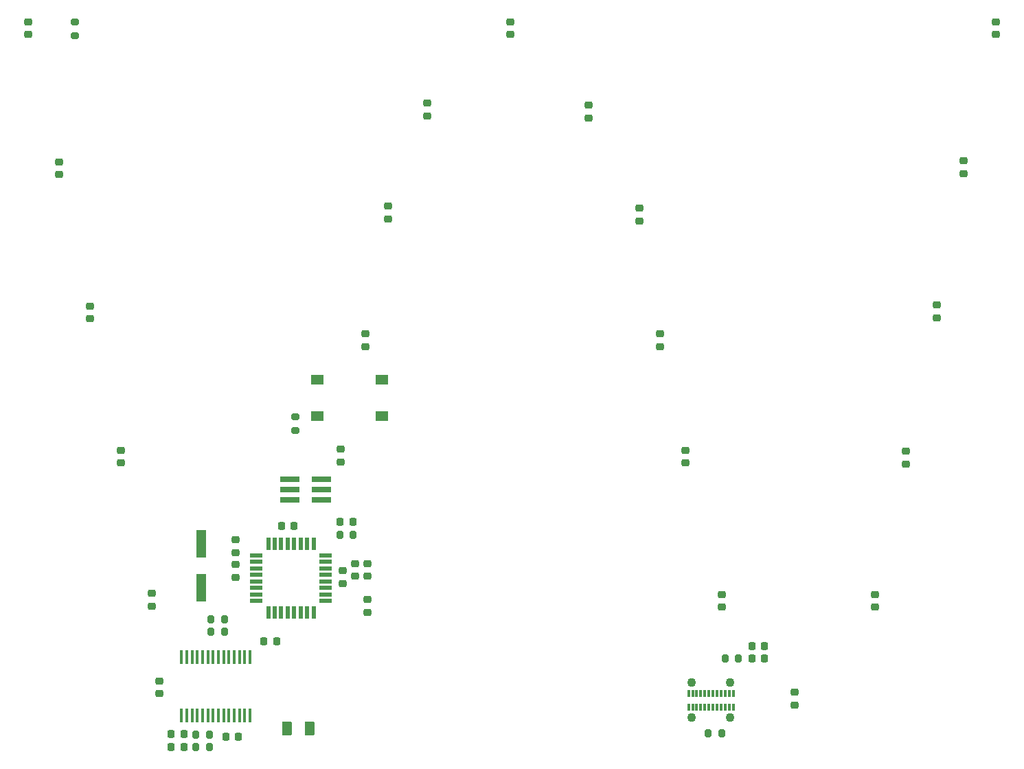
<source format=gbr>
%TF.GenerationSoftware,KiCad,Pcbnew,(7.0.0)*%
%TF.CreationDate,2023-11-18T20:53:13-06:00*%
%TF.ProjectId,LightLetter_W,4c696768-744c-4657-9474-65725f572e6b,rev?*%
%TF.SameCoordinates,PXda408f0PY8b5864b*%
%TF.FileFunction,Paste,Bot*%
%TF.FilePolarity,Positive*%
%FSLAX46Y46*%
G04 Gerber Fmt 4.6, Leading zero omitted, Abs format (unit mm)*
G04 Created by KiCad (PCBNEW (7.0.0)) date 2023-11-18 20:53:13*
%MOMM*%
%LPD*%
G01*
G04 APERTURE LIST*
G04 Aperture macros list*
%AMRoundRect*
0 Rectangle with rounded corners*
0 $1 Rounding radius*
0 $2 $3 $4 $5 $6 $7 $8 $9 X,Y pos of 4 corners*
0 Add a 4 corners polygon primitive as box body*
4,1,4,$2,$3,$4,$5,$6,$7,$8,$9,$2,$3,0*
0 Add four circle primitives for the rounded corners*
1,1,$1+$1,$2,$3*
1,1,$1+$1,$4,$5*
1,1,$1+$1,$6,$7*
1,1,$1+$1,$8,$9*
0 Add four rect primitives between the rounded corners*
20,1,$1+$1,$2,$3,$4,$5,0*
20,1,$1+$1,$4,$5,$6,$7,0*
20,1,$1+$1,$6,$7,$8,$9,0*
20,1,$1+$1,$8,$9,$2,$3,0*%
G04 Aperture macros list end*
%ADD10R,1.200000X3.500000*%
%ADD11R,0.450000X1.750000*%
%ADD12R,1.600000X0.550000*%
%ADD13R,0.550000X1.600000*%
%ADD14R,1.550000X1.300000*%
%ADD15RoundRect,0.200000X-0.275000X0.200000X-0.275000X-0.200000X0.275000X-0.200000X0.275000X0.200000X0*%
%ADD16RoundRect,0.200000X0.200000X0.275000X-0.200000X0.275000X-0.200000X-0.275000X0.200000X-0.275000X0*%
%ADD17RoundRect,0.200000X-0.200000X-0.275000X0.200000X-0.275000X0.200000X0.275000X-0.200000X0.275000X0*%
%ADD18RoundRect,0.200000X0.275000X-0.200000X0.275000X0.200000X-0.275000X0.200000X-0.275000X-0.200000X0*%
%ADD19C,1.100000*%
%ADD20R,0.300000X0.850000*%
%ADD21R,2.400000X0.740000*%
%ADD22RoundRect,0.218750X-0.256250X0.218750X-0.256250X-0.218750X0.256250X-0.218750X0.256250X0.218750X0*%
%ADD23RoundRect,0.250000X-0.375000X-0.625000X0.375000X-0.625000X0.375000X0.625000X-0.375000X0.625000X0*%
%ADD24RoundRect,0.218750X-0.218750X-0.256250X0.218750X-0.256250X0.218750X0.256250X-0.218750X0.256250X0*%
%ADD25RoundRect,0.225000X0.250000X-0.225000X0.250000X0.225000X-0.250000X0.225000X-0.250000X-0.225000X0*%
%ADD26RoundRect,0.225000X0.225000X0.250000X-0.225000X0.250000X-0.225000X-0.250000X0.225000X-0.250000X0*%
%ADD27RoundRect,0.225000X-0.225000X-0.250000X0.225000X-0.250000X0.225000X0.250000X-0.225000X0.250000X0*%
%ADD28RoundRect,0.225000X-0.250000X0.225000X-0.250000X-0.225000X0.250000X-0.225000X0.250000X0.225000X0*%
G04 APERTURE END LIST*
D10*
%TO.C,Y1*%
X-114680999Y26436122D03*
X-114680999Y20936122D03*
%TD*%
D11*
%TO.C,U2*%
X-117127999Y12427122D03*
X-116477999Y12427122D03*
X-115827999Y12427122D03*
X-115177999Y12427122D03*
X-114527999Y12427122D03*
X-113877999Y12427122D03*
X-113227999Y12427122D03*
X-112577999Y12427122D03*
X-111927999Y12427122D03*
X-111277999Y12427122D03*
X-110627999Y12427122D03*
X-109977999Y12427122D03*
X-109327999Y12427122D03*
X-108677999Y12427122D03*
X-108677999Y5227122D03*
X-109327999Y5227122D03*
X-109977999Y5227122D03*
X-110627999Y5227122D03*
X-111277999Y5227122D03*
X-111927999Y5227122D03*
X-112577999Y5227122D03*
X-113227999Y5227122D03*
X-113877999Y5227122D03*
X-114527999Y5227122D03*
X-115177999Y5227122D03*
X-115827999Y5227122D03*
X-116477999Y5227122D03*
X-117127999Y5227122D03*
%TD*%
D12*
%TO.C,U1*%
X-107881999Y19362122D03*
X-107881999Y20162122D03*
X-107881999Y20962122D03*
X-107881999Y21762122D03*
X-107881999Y22562122D03*
X-107881999Y23362122D03*
X-107881999Y24162122D03*
X-107881999Y24962122D03*
D13*
X-106431999Y26412122D03*
X-105631999Y26412122D03*
X-104831999Y26412122D03*
X-104031999Y26412122D03*
X-103231999Y26412122D03*
X-102431999Y26412122D03*
X-101631999Y26412122D03*
X-100831999Y26412122D03*
D12*
X-99381999Y24962122D03*
X-99381999Y24162122D03*
X-99381999Y23362122D03*
X-99381999Y22562122D03*
X-99381999Y21762122D03*
X-99381999Y20962122D03*
X-99381999Y20162122D03*
X-99381999Y19362122D03*
D13*
X-100831999Y17912122D03*
X-101631999Y17912122D03*
X-102431999Y17912122D03*
X-103231999Y17912122D03*
X-104031999Y17912122D03*
X-104831999Y17912122D03*
X-105631999Y17912122D03*
X-106431999Y17912122D03*
%TD*%
D14*
%TO.C,SW1*%
X-100367999Y46637122D03*
X-92417999Y46637122D03*
X-92417999Y42137122D03*
X-100367999Y42137122D03*
%TD*%
D15*
%TO.C,R9*%
X-130302000Y90742123D03*
X-130302000Y89092123D03*
%TD*%
D16*
%TO.C,R8*%
X-50101000Y12256123D03*
X-48451000Y12256123D03*
%TD*%
%TO.C,R7*%
X-52183800Y3010523D03*
X-50533800Y3010523D03*
%TD*%
D17*
%TO.C,R6*%
X-115326400Y2883523D03*
X-113676400Y2883523D03*
%TD*%
%TO.C,R5*%
X-115326400Y1365723D03*
X-113676400Y1365723D03*
%TD*%
D16*
%TO.C,R4*%
X-95949000Y27496123D03*
X-97599000Y27496123D03*
%TD*%
%TO.C,R3*%
X-111824000Y17082123D03*
X-113474000Y17082123D03*
%TD*%
%TO.C,R2*%
X-111824000Y15558123D03*
X-113474000Y15558123D03*
%TD*%
D18*
%TO.C,R1*%
X-103124000Y40387123D03*
X-103124000Y42037123D03*
%TD*%
D19*
%TO.C,J3*%
X-49460000Y9272123D03*
X-54260000Y9272123D03*
X-54260000Y4972123D03*
X-49460000Y4972123D03*
D20*
X-54609999Y7957122D03*
X-54109999Y7957122D03*
X-53609999Y7957122D03*
X-53109999Y7957122D03*
X-52609999Y7957122D03*
X-52109999Y7957122D03*
X-51609999Y7957122D03*
X-51109999Y7957122D03*
X-50609999Y7957122D03*
X-50109999Y7957122D03*
X-49609999Y7957122D03*
X-49109999Y7957122D03*
X-49109999Y6287122D03*
X-49609999Y6287122D03*
X-50109999Y6287122D03*
X-50609999Y6287122D03*
X-51109999Y6287122D03*
X-51609999Y6287122D03*
X-52109999Y6287122D03*
X-52609999Y6287122D03*
X-53109999Y6287122D03*
X-53609999Y6287122D03*
X-54109999Y6287122D03*
X-54609999Y6287122D03*
%TD*%
D21*
%TO.C,J2*%
X-103803999Y31814122D03*
X-99903999Y31814122D03*
X-103803999Y33084122D03*
X-99903999Y33084122D03*
X-103803999Y34354122D03*
X-99903999Y34354122D03*
%TD*%
D22*
%TO.C,FB1*%
X-94234000Y19520623D03*
X-94234000Y17945623D03*
%TD*%
D23*
%TO.C,F1*%
X-104143000Y3620123D03*
X-101343000Y3620123D03*
%TD*%
D24*
%TO.C,D3*%
X-118389500Y2985123D03*
X-116814500Y2985123D03*
%TD*%
%TO.C,D2*%
X-118389500Y1359523D03*
X-116814500Y1359523D03*
%TD*%
%TO.C,D1*%
X-97561500Y29147123D03*
X-95986500Y29147123D03*
%TD*%
D25*
%TO.C,C32*%
X-16764000Y89205123D03*
X-16764000Y90755123D03*
%TD*%
%TO.C,C31*%
X-20701000Y72060123D03*
X-20701000Y73610123D03*
%TD*%
%TO.C,C30*%
X-24003000Y54280123D03*
X-24003000Y55830123D03*
%TD*%
%TO.C,C29*%
X-27813000Y36246123D03*
X-27813000Y37796123D03*
%TD*%
%TO.C,C28*%
X-31623000Y18593123D03*
X-31623000Y20143123D03*
%TD*%
%TO.C,C27*%
X-41529000Y6528123D03*
X-41529000Y8078123D03*
%TD*%
%TO.C,C26*%
X-50546000Y18593123D03*
X-50546000Y20143123D03*
%TD*%
%TO.C,C25*%
X-54991000Y36373123D03*
X-54991000Y37923123D03*
%TD*%
%TO.C,C24*%
X-58166000Y50724123D03*
X-58166000Y52274123D03*
%TD*%
%TO.C,C23*%
X-60706000Y66218123D03*
X-60706000Y67768123D03*
%TD*%
%TO.C,C22*%
X-66929000Y78918123D03*
X-66929000Y80468123D03*
%TD*%
%TO.C,C21*%
X-76581000Y89205123D03*
X-76581000Y90755123D03*
%TD*%
%TO.C,C20*%
X-86868000Y79172123D03*
X-86868000Y80722123D03*
%TD*%
%TO.C,C19*%
X-91694000Y66472123D03*
X-91694000Y68022123D03*
%TD*%
%TO.C,C18*%
X-94488000Y50724123D03*
X-94488000Y52274123D03*
%TD*%
%TO.C,C17*%
X-97536000Y36500123D03*
X-97536000Y38050123D03*
%TD*%
D26*
%TO.C,C16*%
X-103238000Y28639123D03*
X-104788000Y28639123D03*
%TD*%
D25*
%TO.C,C15*%
X-119888000Y7925123D03*
X-119888000Y9475123D03*
%TD*%
%TO.C,C14*%
X-120777000Y18720123D03*
X-120777000Y20270123D03*
%TD*%
%TO.C,C13*%
X-124587000Y36373123D03*
X-124587000Y37923123D03*
%TD*%
%TO.C,C12*%
X-128397000Y54153123D03*
X-128397000Y55703123D03*
%TD*%
%TO.C,C11*%
X-132207000Y73483123D03*
X-132207000Y71933123D03*
%TD*%
%TO.C,C10*%
X-136017000Y90755123D03*
X-136017000Y89205123D03*
%TD*%
D27*
%TO.C,C9*%
X-45275200Y13780123D03*
X-46825200Y13780123D03*
%TD*%
%TO.C,C8*%
X-45275200Y12256123D03*
X-46825200Y12256123D03*
%TD*%
D26*
%TO.C,C7*%
X-105397000Y14415123D03*
X-106947000Y14415123D03*
%TD*%
%TO.C,C6*%
X-110096000Y2604123D03*
X-111646000Y2604123D03*
%TD*%
D28*
%TO.C,C5*%
X-97282000Y23064123D03*
X-97282000Y21514123D03*
%TD*%
%TO.C,C4*%
X-94234000Y23953123D03*
X-94234000Y22403123D03*
%TD*%
%TO.C,C3*%
X-95758000Y23953123D03*
X-95758000Y22403123D03*
%TD*%
%TO.C,C2*%
X-110490000Y26874123D03*
X-110490000Y25324123D03*
%TD*%
D25*
%TO.C,C1*%
X-110490000Y22276123D03*
X-110490000Y23826123D03*
%TD*%
M02*

</source>
